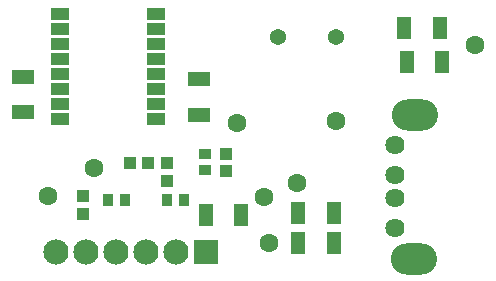
<source format=gts>
G04*
G04 #@! TF.GenerationSoftware,Altium Limited,Altium Designer,22.8.2 (66)*
G04*
G04 Layer_Color=8388736*
%FSLAX44Y44*%
%MOMM*%
G71*
G04*
G04 #@! TF.SameCoordinates,52C54432-6914-4BE2-A169-96465BD4BA84*
G04*
G04*
G04 #@! TF.FilePolarity,Negative*
G04*
G01*
G75*
%ADD18R,1.6256X1.1176*%
%ADD19R,1.2446X1.8796*%
%ADD20R,1.8796X1.2446*%
%ADD21R,1.1176X0.8636*%
%ADD22R,0.8636X1.1176*%
%ADD23R,1.1176X1.1176*%
%ADD24R,1.1176X1.1176*%
%ADD25C,1.3716*%
%ADD26O,3.9116X2.6416*%
%ADD27C,1.6256*%
%ADD28C,2.1336*%
%ADD29R,2.1336X2.1336*%
%ADD30C,1.6016*%
D18*
X1406360Y1225623D02*
D03*
Y1212923D02*
D03*
Y1238577D02*
D03*
Y1187523D02*
D03*
Y1174823D02*
D03*
Y1200477D02*
D03*
Y1149423D02*
D03*
Y1162377D02*
D03*
X1487640Y1225623D02*
D03*
Y1212923D02*
D03*
Y1238577D02*
D03*
Y1187523D02*
D03*
Y1174823D02*
D03*
Y1200477D02*
D03*
Y1149423D02*
D03*
Y1162377D02*
D03*
D19*
X1698000Y1226000D02*
D03*
X1728000D02*
D03*
X1700000Y1198000D02*
D03*
X1730000D02*
D03*
X1560000Y1068000D02*
D03*
X1530000D02*
D03*
X1638140Y1044020D02*
D03*
X1608140D02*
D03*
X1638140Y1069420D02*
D03*
X1608140D02*
D03*
D20*
X1375000Y1155000D02*
D03*
Y1185000D02*
D03*
X1524000Y1153000D02*
D03*
Y1183000D02*
D03*
D21*
X1529000Y1106000D02*
D03*
Y1120000D02*
D03*
D22*
X1461000Y1081000D02*
D03*
X1447000D02*
D03*
X1511000D02*
D03*
X1497000D02*
D03*
D23*
X1547000Y1105000D02*
D03*
Y1120000D02*
D03*
X1426000Y1069000D02*
D03*
Y1084000D02*
D03*
X1497000Y1112000D02*
D03*
Y1097000D02*
D03*
D24*
X1466000Y1112000D02*
D03*
X1481000D02*
D03*
D25*
X1591000Y1219000D02*
D03*
X1640000D02*
D03*
D26*
X1707370Y1153040D02*
D03*
X1706370Y1031040D02*
D03*
D27*
X1690370Y1082040D02*
D03*
Y1102040D02*
D03*
Y1057040D02*
D03*
Y1127040D02*
D03*
D28*
X1505000Y1037000D02*
D03*
X1403000D02*
D03*
X1428000D02*
D03*
X1454000D02*
D03*
X1479000D02*
D03*
D29*
X1530000D02*
D03*
D30*
X1758000Y1212000D02*
D03*
X1435000Y1108000D02*
D03*
X1607000Y1095000D02*
D03*
X1396000Y1084000D02*
D03*
X1556000Y1146000D02*
D03*
X1640000Y1148000D02*
D03*
X1583000Y1044000D02*
D03*
X1579000Y1083000D02*
D03*
M02*

</source>
